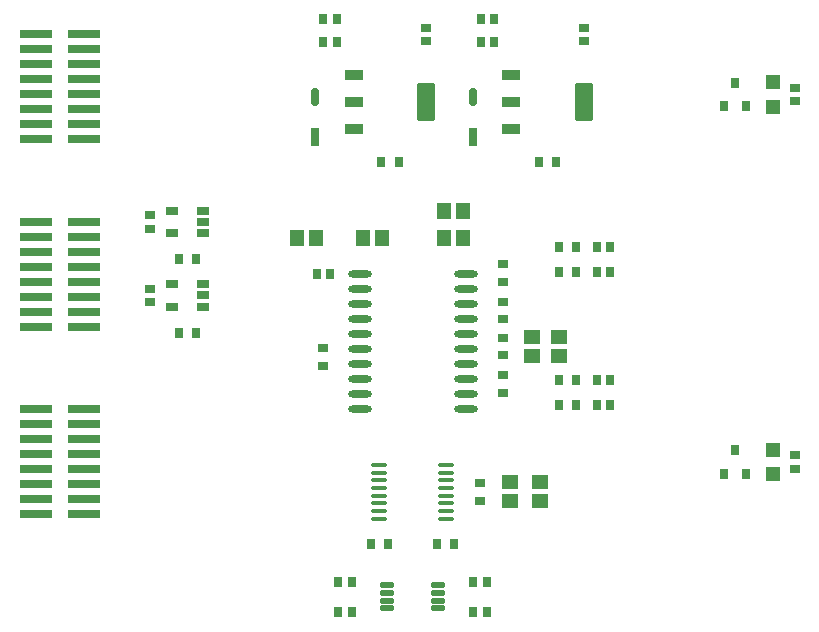
<source format=gtp>
G04*
G04 #@! TF.GenerationSoftware,Altium Limited,Altium Designer,21.6.1 (37)*
G04*
G04 Layer_Color=8421504*
%FSLAX25Y25*%
%MOIN*%
G70*
G04*
G04 #@! TF.SameCoordinates,74F22BCE-0206-479F-BCF0-E4D5E1675BD9*
G04*
G04*
G04 #@! TF.FilePolarity,Positive*
G04*
G01*
G75*
%ADD16R,0.03347X0.02756*%
%ADD17O,0.07874X0.02362*%
%ADD18R,0.05118X0.05709*%
%ADD19R,0.10984X0.02913*%
%ADD20R,0.03150X0.03543*%
%ADD21R,0.02756X0.03347*%
%ADD22O,0.05512X0.01378*%
%ADD23R,0.03543X0.03150*%
%ADD24R,0.05709X0.05118*%
G04:AMPARAMS|DCode=25|XSize=124.02mil|YSize=57.09mil|CornerRadius=2mil|HoleSize=0mil|Usage=FLASHONLY|Rotation=90.000|XOffset=0mil|YOffset=0mil|HoleType=Round|Shape=RoundedRectangle|*
%AMROUNDEDRECTD25*
21,1,0.12402,0.05309,0,0,90.0*
21,1,0.12002,0.05709,0,0,90.0*
1,1,0.00400,0.02655,0.06001*
1,1,0.00400,0.02655,-0.06001*
1,1,0.00400,-0.02655,-0.06001*
1,1,0.00400,-0.02655,0.06001*
%
%ADD25ROUNDEDRECTD25*%
G04:AMPARAMS|DCode=26|XSize=35.43mil|YSize=57.09mil|CornerRadius=1.95mil|HoleSize=0mil|Usage=FLASHONLY|Rotation=90.000|XOffset=0mil|YOffset=0mil|HoleType=Round|Shape=RoundedRectangle|*
%AMROUNDEDRECTD26*
21,1,0.03543,0.05319,0,0,90.0*
21,1,0.03154,0.05709,0,0,90.0*
1,1,0.00390,0.02659,0.01577*
1,1,0.00390,0.02659,-0.01577*
1,1,0.00390,-0.02659,-0.01577*
1,1,0.00390,-0.02659,0.01577*
%
%ADD26ROUNDEDRECTD26*%
G04:AMPARAMS|DCode=27|XSize=61.32mil|YSize=29.23mil|CornerRadius=14.62mil|HoleSize=0mil|Usage=FLASHONLY|Rotation=90.000|XOffset=0mil|YOffset=0mil|HoleType=Round|Shape=RoundedRectangle|*
%AMROUNDEDRECTD27*
21,1,0.06132,0.00000,0,0,90.0*
21,1,0.03209,0.02923,0,0,90.0*
1,1,0.02923,0.00000,0.01604*
1,1,0.02923,0.00000,-0.01604*
1,1,0.02923,0.00000,-0.01604*
1,1,0.02923,0.00000,0.01604*
%
%ADD27ROUNDEDRECTD27*%
%ADD28R,0.02923X0.06132*%
%ADD29R,0.03150X0.03543*%
%ADD30R,0.04724X0.04724*%
G04:AMPARAMS|DCode=31|XSize=17.72mil|YSize=45.28mil|CornerRadius=1.95mil|HoleSize=0mil|Usage=FLASHONLY|Rotation=90.000|XOffset=0mil|YOffset=0mil|HoleType=Round|Shape=RoundedRectangle|*
%AMROUNDEDRECTD31*
21,1,0.01772,0.04138,0,0,90.0*
21,1,0.01382,0.04528,0,0,90.0*
1,1,0.00390,0.02069,0.00691*
1,1,0.00390,0.02069,-0.00691*
1,1,0.00390,-0.02069,-0.00691*
1,1,0.00390,-0.02069,0.00691*
%
%ADD31ROUNDEDRECTD31*%
G04:AMPARAMS|DCode=32|XSize=43.31mil|YSize=23.62mil|CornerRadius=2.01mil|HoleSize=0mil|Usage=FLASHONLY|Rotation=180.000|XOffset=0mil|YOffset=0mil|HoleType=Round|Shape=RoundedRectangle|*
%AMROUNDEDRECTD32*
21,1,0.04331,0.01961,0,0,180.0*
21,1,0.03929,0.02362,0,0,180.0*
1,1,0.00402,-0.01965,0.00980*
1,1,0.00402,0.01965,0.00980*
1,1,0.00402,0.01965,-0.00980*
1,1,0.00402,-0.01965,-0.00980*
%
%ADD32ROUNDEDRECTD32*%
D16*
X294606Y332264D02*
D03*
Y327736D02*
D03*
X365000Y185236D02*
D03*
Y189764D02*
D03*
Y307736D02*
D03*
Y312264D02*
D03*
X150000Y245295D02*
D03*
Y240768D02*
D03*
Y269764D02*
D03*
Y265236D02*
D03*
X242106Y332264D02*
D03*
Y327736D02*
D03*
D17*
X255484Y205000D02*
D03*
Y210000D02*
D03*
Y215000D02*
D03*
Y220000D02*
D03*
Y225000D02*
D03*
Y230000D02*
D03*
Y235000D02*
D03*
Y240000D02*
D03*
Y245000D02*
D03*
Y250000D02*
D03*
X220051Y205000D02*
D03*
Y210000D02*
D03*
Y215000D02*
D03*
Y220000D02*
D03*
Y225000D02*
D03*
Y230000D02*
D03*
Y235000D02*
D03*
Y240000D02*
D03*
Y245000D02*
D03*
Y250000D02*
D03*
D18*
X199118Y262000D02*
D03*
X205417D02*
D03*
X254417Y271000D02*
D03*
X248118D02*
D03*
X254417Y262000D02*
D03*
X248118D02*
D03*
X221118D02*
D03*
X227417D02*
D03*
D19*
X128012Y295000D02*
D03*
X111988D02*
D03*
X128012Y300000D02*
D03*
X111988D02*
D03*
X128012Y305000D02*
D03*
X111988D02*
D03*
X128012Y310000D02*
D03*
X111988D02*
D03*
X128012Y315000D02*
D03*
X111988D02*
D03*
X128012Y320000D02*
D03*
X111988D02*
D03*
X128012Y325000D02*
D03*
X111988D02*
D03*
X128012Y330000D02*
D03*
X111988D02*
D03*
X128012Y232500D02*
D03*
X111988D02*
D03*
X128012Y237500D02*
D03*
X111988D02*
D03*
X128012Y242500D02*
D03*
X111988D02*
D03*
X128012Y247500D02*
D03*
X111988D02*
D03*
X128012Y252500D02*
D03*
X111988D02*
D03*
X128012Y257500D02*
D03*
X111988D02*
D03*
X128012Y262500D02*
D03*
X111988D02*
D03*
X128012Y267500D02*
D03*
X111988D02*
D03*
X128012Y170000D02*
D03*
X111988D02*
D03*
X128012Y175000D02*
D03*
X111988D02*
D03*
X128012Y180000D02*
D03*
X111988D02*
D03*
X128012Y185000D02*
D03*
X111988D02*
D03*
X128012Y190000D02*
D03*
X111988D02*
D03*
X128012Y195000D02*
D03*
X111988D02*
D03*
X128012Y200000D02*
D03*
X111988D02*
D03*
X128012Y205000D02*
D03*
X111988D02*
D03*
D20*
X286193Y259102D02*
D03*
X292098D02*
D03*
X286193Y250815D02*
D03*
X292098D02*
D03*
X251476Y160000D02*
D03*
X245571D02*
D03*
X223524D02*
D03*
X229429D02*
D03*
X232953Y287500D02*
D03*
X227047D02*
D03*
X285453D02*
D03*
X279547D02*
D03*
X286193Y214831D02*
D03*
X292098D02*
D03*
X286193Y206602D02*
D03*
X292098D02*
D03*
X165453Y255000D02*
D03*
X159547D02*
D03*
X165453Y230532D02*
D03*
X159547D02*
D03*
D21*
X298929Y259102D02*
D03*
X303457D02*
D03*
X298929Y250815D02*
D03*
X303457D02*
D03*
X260236Y335000D02*
D03*
X264764D02*
D03*
Y327500D02*
D03*
X260236D02*
D03*
X205504Y250000D02*
D03*
X210032D02*
D03*
X298929Y206602D02*
D03*
X303457D02*
D03*
X298929Y214831D02*
D03*
X303457D02*
D03*
X212736Y137500D02*
D03*
X217264D02*
D03*
X212736Y147500D02*
D03*
X217264D02*
D03*
X262264Y137500D02*
D03*
X257736D02*
D03*
X262264Y147500D02*
D03*
X257736D02*
D03*
X207736Y335000D02*
D03*
X212264D02*
D03*
Y327500D02*
D03*
X207736D02*
D03*
D22*
X248524Y168543D02*
D03*
Y171102D02*
D03*
Y173661D02*
D03*
Y176221D02*
D03*
Y178779D02*
D03*
Y181339D02*
D03*
Y183898D02*
D03*
Y186457D02*
D03*
X226476Y168543D02*
D03*
Y171102D02*
D03*
Y173661D02*
D03*
Y176221D02*
D03*
Y178779D02*
D03*
Y181339D02*
D03*
Y183898D02*
D03*
Y186457D02*
D03*
D23*
X260000Y180453D02*
D03*
Y174547D02*
D03*
X207768Y225453D02*
D03*
Y219547D02*
D03*
X267768Y240953D02*
D03*
Y235047D02*
D03*
Y253453D02*
D03*
Y247547D02*
D03*
Y223000D02*
D03*
Y228906D02*
D03*
Y216406D02*
D03*
Y210500D02*
D03*
D24*
X280000Y180650D02*
D03*
Y174350D02*
D03*
X270000Y180650D02*
D03*
Y174350D02*
D03*
X286193Y222686D02*
D03*
Y228985D02*
D03*
X277186Y222686D02*
D03*
Y228985D02*
D03*
D25*
X294606Y307500D02*
D03*
X242106D02*
D03*
D26*
X270394Y298445D02*
D03*
Y307500D02*
D03*
Y316555D02*
D03*
X217894Y298445D02*
D03*
Y307500D02*
D03*
Y316555D02*
D03*
D27*
X257500Y309194D02*
D03*
X205000D02*
D03*
D28*
X257500Y295806D02*
D03*
X205000D02*
D03*
D29*
X345000Y191437D02*
D03*
X348740Y183563D02*
D03*
X341260D02*
D03*
X345000Y313937D02*
D03*
X348740Y306063D02*
D03*
X341260D02*
D03*
D30*
X357500Y183366D02*
D03*
Y191634D02*
D03*
Y305866D02*
D03*
Y314134D02*
D03*
D31*
X229134Y146339D02*
D03*
Y143780D02*
D03*
Y141220D02*
D03*
Y138661D02*
D03*
X245866Y146339D02*
D03*
Y143780D02*
D03*
Y141220D02*
D03*
Y138661D02*
D03*
D32*
X157382Y263760D02*
D03*
Y271240D02*
D03*
X167618D02*
D03*
Y267500D02*
D03*
Y263760D02*
D03*
X157382Y239291D02*
D03*
Y246772D02*
D03*
X167618D02*
D03*
Y243032D02*
D03*
Y239291D02*
D03*
M02*

</source>
